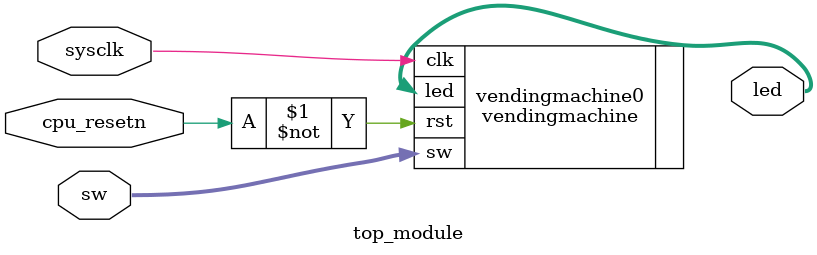
<source format=v>
module top_module(
    sysclk,
    sw,
    led,
    cpu_resetn
    );

    input sysclk, cpu_resetn;
    input [7:0] sw;
    output [7:0] led;

    vendingmachine vendingmachine0(
        .clk(sysclk),
        .sw(sw),
        .led(led),
        .rst(~cpu_resetn)
    );

endmodule

</source>
